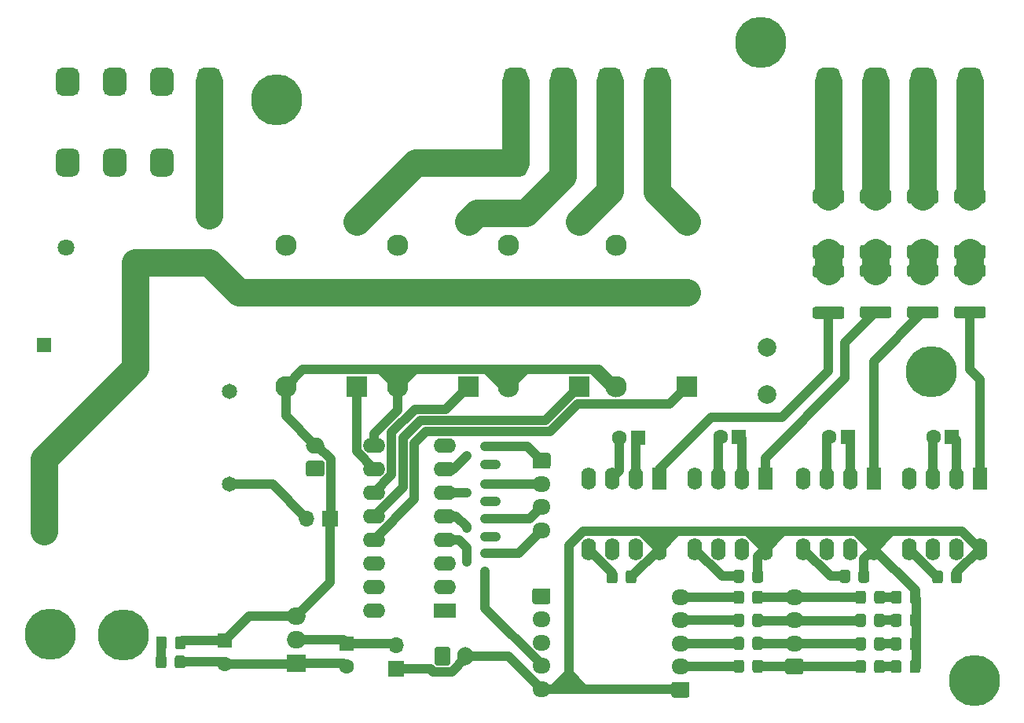
<source format=gbr>
G04 #@! TF.GenerationSoftware,KiCad,Pcbnew,(5.1.6)-1*
G04 #@! TF.CreationDate,2021-10-24T13:14:29+02:00*
G04 #@! TF.ProjectId,hamodule,68616d6f-6475-46c6-952e-6b696361645f,rev?*
G04 #@! TF.SameCoordinates,Original*
G04 #@! TF.FileFunction,Copper,L1,Top*
G04 #@! TF.FilePolarity,Positive*
%FSLAX46Y46*%
G04 Gerber Fmt 4.6, Leading zero omitted, Abs format (unit mm)*
G04 Created by KiCad (PCBNEW (5.1.6)-1) date 2021-10-24 13:14:29*
%MOMM*%
%LPD*%
G01*
G04 APERTURE LIST*
G04 #@! TA.AperFunction,ComponentPad*
%ADD10O,1.700000X1.700000*%
G04 #@! TD*
G04 #@! TA.AperFunction,ComponentPad*
%ADD11R,1.700000X1.700000*%
G04 #@! TD*
G04 #@! TA.AperFunction,ComponentPad*
%ADD12O,1.700000X2.000000*%
G04 #@! TD*
G04 #@! TA.AperFunction,ComponentPad*
%ADD13C,2.000000*%
G04 #@! TD*
G04 #@! TA.AperFunction,SMDPad,CuDef*
%ADD14R,0.900000X0.800000*%
G04 #@! TD*
G04 #@! TA.AperFunction,ComponentPad*
%ADD15C,1.600000*%
G04 #@! TD*
G04 #@! TA.AperFunction,ComponentPad*
%ADD16R,1.600000X1.600000*%
G04 #@! TD*
G04 #@! TA.AperFunction,ComponentPad*
%ADD17C,5.500000*%
G04 #@! TD*
G04 #@! TA.AperFunction,ComponentPad*
%ADD18C,1.800000*%
G04 #@! TD*
G04 #@! TA.AperFunction,ComponentPad*
%ADD19R,2.300000X2.300000*%
G04 #@! TD*
G04 #@! TA.AperFunction,ComponentPad*
%ADD20C,2.300000*%
G04 #@! TD*
G04 #@! TA.AperFunction,ComponentPad*
%ADD21R,2.400000X1.600000*%
G04 #@! TD*
G04 #@! TA.AperFunction,ComponentPad*
%ADD22O,2.400000X1.600000*%
G04 #@! TD*
G04 #@! TA.AperFunction,ComponentPad*
%ADD23O,1.950000X1.700000*%
G04 #@! TD*
G04 #@! TA.AperFunction,ComponentPad*
%ADD24R,1.600000X2.400000*%
G04 #@! TD*
G04 #@! TA.AperFunction,ComponentPad*
%ADD25O,1.600000X2.400000*%
G04 #@! TD*
G04 #@! TA.AperFunction,ComponentPad*
%ADD26O,2.000000X1.905000*%
G04 #@! TD*
G04 #@! TA.AperFunction,ComponentPad*
%ADD27R,2.000000X1.905000*%
G04 #@! TD*
G04 #@! TA.AperFunction,ComponentPad*
%ADD28O,2.000000X1.700000*%
G04 #@! TD*
G04 #@! TA.AperFunction,ComponentPad*
%ADD29C,1.650000*%
G04 #@! TD*
G04 #@! TA.AperFunction,ComponentPad*
%ADD30R,1.650000X1.650000*%
G04 #@! TD*
G04 #@! TA.AperFunction,ViaPad*
%ADD31C,0.800000*%
G04 #@! TD*
G04 #@! TA.AperFunction,Conductor*
%ADD32C,3.000000*%
G04 #@! TD*
G04 #@! TA.AperFunction,Conductor*
%ADD33C,1.000000*%
G04 #@! TD*
G04 #@! TA.AperFunction,Conductor*
%ADD34C,0.250000*%
G04 #@! TD*
G04 APERTURE END LIST*
D10*
X141973300Y-135928100D03*
D11*
X141973300Y-138468100D03*
D12*
X149491700Y-137071100D03*
G04 #@! TA.AperFunction,ComponentPad*
G36*
G01*
X146141700Y-137821100D02*
X146141700Y-136321100D01*
G75*
G02*
X146391700Y-136071100I250000J0D01*
G01*
X147591700Y-136071100D01*
G75*
G02*
X147841700Y-136321100I0J-250000D01*
G01*
X147841700Y-137821100D01*
G75*
G02*
X147591700Y-138071100I-250000J0D01*
G01*
X146391700Y-138071100D01*
G75*
G02*
X146141700Y-137821100I0J250000D01*
G01*
G37*
G04 #@! TD.AperFunction*
G04 #@! TA.AperFunction,SMDPad,CuDef*
G36*
G01*
X193519100Y-131171101D02*
X193519100Y-130271099D01*
G75*
G02*
X193769099Y-130021100I249999J0D01*
G01*
X194419101Y-130021100D01*
G75*
G02*
X194669100Y-130271099I0J-249999D01*
G01*
X194669100Y-131171101D01*
G75*
G02*
X194419101Y-131421100I-249999J0D01*
G01*
X193769099Y-131421100D01*
G75*
G02*
X193519100Y-131171101I0J249999D01*
G01*
G37*
G04 #@! TD.AperFunction*
G04 #@! TA.AperFunction,SMDPad,CuDef*
G36*
G01*
X191469100Y-131171101D02*
X191469100Y-130271099D01*
G75*
G02*
X191719099Y-130021100I249999J0D01*
G01*
X192369101Y-130021100D01*
G75*
G02*
X192619100Y-130271099I0J-249999D01*
G01*
X192619100Y-131171101D01*
G75*
G02*
X192369101Y-131421100I-249999J0D01*
G01*
X191719099Y-131421100D01*
G75*
G02*
X191469100Y-131171101I0J249999D01*
G01*
G37*
G04 #@! TD.AperFunction*
G04 #@! TA.AperFunction,SMDPad,CuDef*
G36*
G01*
X118191700Y-136073301D02*
X118191700Y-135173299D01*
G75*
G02*
X118441699Y-134923300I249999J0D01*
G01*
X119091701Y-134923300D01*
G75*
G02*
X119341700Y-135173299I0J-249999D01*
G01*
X119341700Y-136073301D01*
G75*
G02*
X119091701Y-136323300I-249999J0D01*
G01*
X118441699Y-136323300D01*
G75*
G02*
X118191700Y-136073301I0J249999D01*
G01*
G37*
G04 #@! TD.AperFunction*
G04 #@! TA.AperFunction,SMDPad,CuDef*
G36*
G01*
X116141700Y-136073301D02*
X116141700Y-135173299D01*
G75*
G02*
X116391699Y-134923300I249999J0D01*
G01*
X117041701Y-134923300D01*
G75*
G02*
X117291700Y-135173299I0J-249999D01*
G01*
X117291700Y-136073301D01*
G75*
G02*
X117041701Y-136323300I-249999J0D01*
G01*
X116391699Y-136323300D01*
G75*
G02*
X116141700Y-136073301I0J249999D01*
G01*
G37*
G04 #@! TD.AperFunction*
G04 #@! TA.AperFunction,SMDPad,CuDef*
G36*
G01*
X117266300Y-137230699D02*
X117266300Y-138130701D01*
G75*
G02*
X117016301Y-138380700I-249999J0D01*
G01*
X116366299Y-138380700D01*
G75*
G02*
X116116300Y-138130701I0J249999D01*
G01*
X116116300Y-137230699D01*
G75*
G02*
X116366299Y-136980700I249999J0D01*
G01*
X117016301Y-136980700D01*
G75*
G02*
X117266300Y-137230699I0J-249999D01*
G01*
G37*
G04 #@! TD.AperFunction*
G04 #@! TA.AperFunction,SMDPad,CuDef*
G36*
G01*
X119316300Y-137230699D02*
X119316300Y-138130701D01*
G75*
G02*
X119066301Y-138380700I-249999J0D01*
G01*
X118416299Y-138380700D01*
G75*
G02*
X118166300Y-138130701I0J249999D01*
G01*
X118166300Y-137230699D01*
G75*
G02*
X118416299Y-136980700I249999J0D01*
G01*
X119066301Y-136980700D01*
G75*
G02*
X119316300Y-137230699I0J-249999D01*
G01*
G37*
G04 #@! TD.AperFunction*
G04 #@! TA.AperFunction,SMDPad,CuDef*
G36*
G01*
X200908500Y-128073999D02*
X200908500Y-128974001D01*
G75*
G02*
X200658501Y-129224000I-249999J0D01*
G01*
X200008499Y-129224000D01*
G75*
G02*
X199758500Y-128974001I0J249999D01*
G01*
X199758500Y-128073999D01*
G75*
G02*
X200008499Y-127824000I249999J0D01*
G01*
X200658501Y-127824000D01*
G75*
G02*
X200908500Y-128073999I0J-249999D01*
G01*
G37*
G04 #@! TD.AperFunction*
G04 #@! TA.AperFunction,SMDPad,CuDef*
G36*
G01*
X202958500Y-128073999D02*
X202958500Y-128974001D01*
G75*
G02*
X202708501Y-129224000I-249999J0D01*
G01*
X202058499Y-129224000D01*
G75*
G02*
X201808500Y-128974001I0J249999D01*
G01*
X201808500Y-128073999D01*
G75*
G02*
X202058499Y-127824000I249999J0D01*
G01*
X202708501Y-127824000D01*
G75*
G02*
X202958500Y-128073999I0J-249999D01*
G01*
G37*
G04 #@! TD.AperFunction*
G04 #@! TA.AperFunction,SMDPad,CuDef*
G36*
G01*
X190930000Y-128010499D02*
X190930000Y-128910501D01*
G75*
G02*
X190680001Y-129160500I-249999J0D01*
G01*
X190029999Y-129160500D01*
G75*
G02*
X189780000Y-128910501I0J249999D01*
G01*
X189780000Y-128010499D01*
G75*
G02*
X190029999Y-127760500I249999J0D01*
G01*
X190680001Y-127760500D01*
G75*
G02*
X190930000Y-128010499I0J-249999D01*
G01*
G37*
G04 #@! TD.AperFunction*
G04 #@! TA.AperFunction,SMDPad,CuDef*
G36*
G01*
X192980000Y-128010499D02*
X192980000Y-128910501D01*
G75*
G02*
X192730001Y-129160500I-249999J0D01*
G01*
X192079999Y-129160500D01*
G75*
G02*
X191830000Y-128910501I0J249999D01*
G01*
X191830000Y-128010499D01*
G75*
G02*
X192079999Y-127760500I249999J0D01*
G01*
X192730001Y-127760500D01*
G75*
G02*
X192980000Y-128010499I0J-249999D01*
G01*
G37*
G04 #@! TD.AperFunction*
G04 #@! TA.AperFunction,SMDPad,CuDef*
G36*
G01*
X165847500Y-128073999D02*
X165847500Y-128974001D01*
G75*
G02*
X165597501Y-129224000I-249999J0D01*
G01*
X164947499Y-129224000D01*
G75*
G02*
X164697500Y-128974001I0J249999D01*
G01*
X164697500Y-128073999D01*
G75*
G02*
X164947499Y-127824000I249999J0D01*
G01*
X165597501Y-127824000D01*
G75*
G02*
X165847500Y-128073999I0J-249999D01*
G01*
G37*
G04 #@! TD.AperFunction*
G04 #@! TA.AperFunction,SMDPad,CuDef*
G36*
G01*
X167897500Y-128073999D02*
X167897500Y-128974001D01*
G75*
G02*
X167647501Y-129224000I-249999J0D01*
G01*
X166997499Y-129224000D01*
G75*
G02*
X166747500Y-128974001I0J249999D01*
G01*
X166747500Y-128073999D01*
G75*
G02*
X166997499Y-127824000I249999J0D01*
G01*
X167647501Y-127824000D01*
G75*
G02*
X167897500Y-128073999I0J-249999D01*
G01*
G37*
G04 #@! TD.AperFunction*
G04 #@! TA.AperFunction,SMDPad,CuDef*
G36*
G01*
X179500000Y-128010499D02*
X179500000Y-128910501D01*
G75*
G02*
X179250001Y-129160500I-249999J0D01*
G01*
X178599999Y-129160500D01*
G75*
G02*
X178350000Y-128910501I0J249999D01*
G01*
X178350000Y-128010499D01*
G75*
G02*
X178599999Y-127760500I249999J0D01*
G01*
X179250001Y-127760500D01*
G75*
G02*
X179500000Y-128010499I0J-249999D01*
G01*
G37*
G04 #@! TD.AperFunction*
G04 #@! TA.AperFunction,SMDPad,CuDef*
G36*
G01*
X181550000Y-128010499D02*
X181550000Y-128910501D01*
G75*
G02*
X181300001Y-129160500I-249999J0D01*
G01*
X180649999Y-129160500D01*
G75*
G02*
X180400000Y-128910501I0J249999D01*
G01*
X180400000Y-128010499D01*
G75*
G02*
X180649999Y-127760500I249999J0D01*
G01*
X181300001Y-127760500D01*
G75*
G02*
X181550000Y-128010499I0J-249999D01*
G01*
G37*
G04 #@! TD.AperFunction*
D13*
X181927500Y-108839000D03*
X181927500Y-103759000D03*
G04 #@! TA.AperFunction,SMDPad,CuDef*
G36*
G01*
X193519100Y-133660301D02*
X193519100Y-132760299D01*
G75*
G02*
X193769099Y-132510300I249999J0D01*
G01*
X194419101Y-132510300D01*
G75*
G02*
X194669100Y-132760299I0J-249999D01*
G01*
X194669100Y-133660301D01*
G75*
G02*
X194419101Y-133910300I-249999J0D01*
G01*
X193769099Y-133910300D01*
G75*
G02*
X193519100Y-133660301I0J249999D01*
G01*
G37*
G04 #@! TD.AperFunction*
G04 #@! TA.AperFunction,SMDPad,CuDef*
G36*
G01*
X191469100Y-133660301D02*
X191469100Y-132760299D01*
G75*
G02*
X191719099Y-132510300I249999J0D01*
G01*
X192369101Y-132510300D01*
G75*
G02*
X192619100Y-132760299I0J-249999D01*
G01*
X192619100Y-133660301D01*
G75*
G02*
X192369101Y-133910300I-249999J0D01*
G01*
X191719099Y-133910300D01*
G75*
G02*
X191469100Y-133660301I0J249999D01*
G01*
G37*
G04 #@! TD.AperFunction*
G04 #@! TA.AperFunction,SMDPad,CuDef*
G36*
G01*
X193519100Y-136200301D02*
X193519100Y-135300299D01*
G75*
G02*
X193769099Y-135050300I249999J0D01*
G01*
X194419101Y-135050300D01*
G75*
G02*
X194669100Y-135300299I0J-249999D01*
G01*
X194669100Y-136200301D01*
G75*
G02*
X194419101Y-136450300I-249999J0D01*
G01*
X193769099Y-136450300D01*
G75*
G02*
X193519100Y-136200301I0J249999D01*
G01*
G37*
G04 #@! TD.AperFunction*
G04 #@! TA.AperFunction,SMDPad,CuDef*
G36*
G01*
X191469100Y-136200301D02*
X191469100Y-135300299D01*
G75*
G02*
X191719099Y-135050300I249999J0D01*
G01*
X192369101Y-135050300D01*
G75*
G02*
X192619100Y-135300299I0J-249999D01*
G01*
X192619100Y-136200301D01*
G75*
G02*
X192369101Y-136450300I-249999J0D01*
G01*
X191719099Y-136450300D01*
G75*
G02*
X191469100Y-136200301I0J249999D01*
G01*
G37*
G04 #@! TD.AperFunction*
G04 #@! TA.AperFunction,SMDPad,CuDef*
G36*
G01*
X193519100Y-138638701D02*
X193519100Y-137738699D01*
G75*
G02*
X193769099Y-137488700I249999J0D01*
G01*
X194419101Y-137488700D01*
G75*
G02*
X194669100Y-137738699I0J-249999D01*
G01*
X194669100Y-138638701D01*
G75*
G02*
X194419101Y-138888700I-249999J0D01*
G01*
X193769099Y-138888700D01*
G75*
G02*
X193519100Y-138638701I0J249999D01*
G01*
G37*
G04 #@! TD.AperFunction*
G04 #@! TA.AperFunction,SMDPad,CuDef*
G36*
G01*
X191469100Y-138638701D02*
X191469100Y-137738699D01*
G75*
G02*
X191719099Y-137488700I249999J0D01*
G01*
X192369101Y-137488700D01*
G75*
G02*
X192619100Y-137738699I0J-249999D01*
G01*
X192619100Y-138638701D01*
G75*
G02*
X192369101Y-138888700I-249999J0D01*
G01*
X191719099Y-138888700D01*
G75*
G02*
X191469100Y-138638701I0J249999D01*
G01*
G37*
G04 #@! TD.AperFunction*
D14*
X149606000Y-126943500D03*
X151606000Y-125993500D03*
X151606000Y-127893500D03*
X149606000Y-123243500D03*
X151606000Y-122293500D03*
X151606000Y-124193500D03*
X149606000Y-119443500D03*
X151606000Y-118493500D03*
X151606000Y-120393500D03*
X149606000Y-115443000D03*
X151606000Y-114493000D03*
X151606000Y-116393000D03*
G04 #@! TA.AperFunction,SMDPad,CuDef*
G36*
G01*
X202377500Y-99355500D02*
X205277500Y-99355500D01*
G75*
G02*
X205527500Y-99605500I0J-250000D01*
G01*
X205527500Y-100405500D01*
G75*
G02*
X205277500Y-100655500I-250000J0D01*
G01*
X202377500Y-100655500D01*
G75*
G02*
X202127500Y-100405500I0J250000D01*
G01*
X202127500Y-99605500D01*
G75*
G02*
X202377500Y-99355500I250000J0D01*
G01*
G37*
G04 #@! TD.AperFunction*
G04 #@! TA.AperFunction,SMDPad,CuDef*
G36*
G01*
X202377500Y-94905500D02*
X205277500Y-94905500D01*
G75*
G02*
X205527500Y-95155500I0J-250000D01*
G01*
X205527500Y-95955500D01*
G75*
G02*
X205277500Y-96205500I-250000J0D01*
G01*
X202377500Y-96205500D01*
G75*
G02*
X202127500Y-95955500I0J250000D01*
G01*
X202127500Y-95155500D01*
G75*
G02*
X202377500Y-94905500I250000J0D01*
G01*
G37*
G04 #@! TD.AperFunction*
G04 #@! TA.AperFunction,SMDPad,CuDef*
G36*
G01*
X197297500Y-99355500D02*
X200197500Y-99355500D01*
G75*
G02*
X200447500Y-99605500I0J-250000D01*
G01*
X200447500Y-100405500D01*
G75*
G02*
X200197500Y-100655500I-250000J0D01*
G01*
X197297500Y-100655500D01*
G75*
G02*
X197047500Y-100405500I0J250000D01*
G01*
X197047500Y-99605500D01*
G75*
G02*
X197297500Y-99355500I250000J0D01*
G01*
G37*
G04 #@! TD.AperFunction*
G04 #@! TA.AperFunction,SMDPad,CuDef*
G36*
G01*
X197297500Y-94905500D02*
X200197500Y-94905500D01*
G75*
G02*
X200447500Y-95155500I0J-250000D01*
G01*
X200447500Y-95955500D01*
G75*
G02*
X200197500Y-96205500I-250000J0D01*
G01*
X197297500Y-96205500D01*
G75*
G02*
X197047500Y-95955500I0J250000D01*
G01*
X197047500Y-95155500D01*
G75*
G02*
X197297500Y-94905500I250000J0D01*
G01*
G37*
G04 #@! TD.AperFunction*
G04 #@! TA.AperFunction,SMDPad,CuDef*
G36*
G01*
X192217500Y-99355500D02*
X195117500Y-99355500D01*
G75*
G02*
X195367500Y-99605500I0J-250000D01*
G01*
X195367500Y-100405500D01*
G75*
G02*
X195117500Y-100655500I-250000J0D01*
G01*
X192217500Y-100655500D01*
G75*
G02*
X191967500Y-100405500I0J250000D01*
G01*
X191967500Y-99605500D01*
G75*
G02*
X192217500Y-99355500I250000J0D01*
G01*
G37*
G04 #@! TD.AperFunction*
G04 #@! TA.AperFunction,SMDPad,CuDef*
G36*
G01*
X192217500Y-94905500D02*
X195117500Y-94905500D01*
G75*
G02*
X195367500Y-95155500I0J-250000D01*
G01*
X195367500Y-95955500D01*
G75*
G02*
X195117500Y-96205500I-250000J0D01*
G01*
X192217500Y-96205500D01*
G75*
G02*
X191967500Y-95955500I0J250000D01*
G01*
X191967500Y-95155500D01*
G75*
G02*
X192217500Y-94905500I250000J0D01*
G01*
G37*
G04 #@! TD.AperFunction*
G04 #@! TA.AperFunction,SMDPad,CuDef*
G36*
G01*
X187137500Y-99419000D02*
X190037500Y-99419000D01*
G75*
G02*
X190287500Y-99669000I0J-250000D01*
G01*
X190287500Y-100469000D01*
G75*
G02*
X190037500Y-100719000I-250000J0D01*
G01*
X187137500Y-100719000D01*
G75*
G02*
X186887500Y-100469000I0J250000D01*
G01*
X186887500Y-99669000D01*
G75*
G02*
X187137500Y-99419000I250000J0D01*
G01*
G37*
G04 #@! TD.AperFunction*
G04 #@! TA.AperFunction,SMDPad,CuDef*
G36*
G01*
X187137500Y-94969000D02*
X190037500Y-94969000D01*
G75*
G02*
X190287500Y-95219000I0J-250000D01*
G01*
X190287500Y-96019000D01*
G75*
G02*
X190037500Y-96269000I-250000J0D01*
G01*
X187137500Y-96269000D01*
G75*
G02*
X186887500Y-96019000I0J250000D01*
G01*
X186887500Y-95219000D01*
G75*
G02*
X187137500Y-94969000I250000J0D01*
G01*
G37*
G04 #@! TD.AperFunction*
G04 #@! TA.AperFunction,SMDPad,CuDef*
G36*
G01*
X197358500Y-131171101D02*
X197358500Y-130271099D01*
G75*
G02*
X197608499Y-130021100I249999J0D01*
G01*
X198258501Y-130021100D01*
G75*
G02*
X198508500Y-130271099I0J-249999D01*
G01*
X198508500Y-131171101D01*
G75*
G02*
X198258501Y-131421100I-249999J0D01*
G01*
X197608499Y-131421100D01*
G75*
G02*
X197358500Y-131171101I0J249999D01*
G01*
G37*
G04 #@! TD.AperFunction*
G04 #@! TA.AperFunction,SMDPad,CuDef*
G36*
G01*
X195308500Y-131171101D02*
X195308500Y-130271099D01*
G75*
G02*
X195558499Y-130021100I249999J0D01*
G01*
X196208501Y-130021100D01*
G75*
G02*
X196458500Y-130271099I0J-249999D01*
G01*
X196458500Y-131171101D01*
G75*
G02*
X196208501Y-131421100I-249999J0D01*
G01*
X195558499Y-131421100D01*
G75*
G02*
X195308500Y-131171101I0J249999D01*
G01*
G37*
G04 #@! TD.AperFunction*
G04 #@! TA.AperFunction,SMDPad,CuDef*
G36*
G01*
X197358500Y-133657001D02*
X197358500Y-132756999D01*
G75*
G02*
X197608499Y-132507000I249999J0D01*
G01*
X198258501Y-132507000D01*
G75*
G02*
X198508500Y-132756999I0J-249999D01*
G01*
X198508500Y-133657001D01*
G75*
G02*
X198258501Y-133907000I-249999J0D01*
G01*
X197608499Y-133907000D01*
G75*
G02*
X197358500Y-133657001I0J249999D01*
G01*
G37*
G04 #@! TD.AperFunction*
G04 #@! TA.AperFunction,SMDPad,CuDef*
G36*
G01*
X195308500Y-133657001D02*
X195308500Y-132756999D01*
G75*
G02*
X195558499Y-132507000I249999J0D01*
G01*
X196208501Y-132507000D01*
G75*
G02*
X196458500Y-132756999I0J-249999D01*
G01*
X196458500Y-133657001D01*
G75*
G02*
X196208501Y-133907000I-249999J0D01*
G01*
X195558499Y-133907000D01*
G75*
G02*
X195308500Y-133657001I0J249999D01*
G01*
G37*
G04 #@! TD.AperFunction*
G04 #@! TA.AperFunction,SMDPad,CuDef*
G36*
G01*
X197347100Y-136200301D02*
X197347100Y-135300299D01*
G75*
G02*
X197597099Y-135050300I249999J0D01*
G01*
X198247101Y-135050300D01*
G75*
G02*
X198497100Y-135300299I0J-249999D01*
G01*
X198497100Y-136200301D01*
G75*
G02*
X198247101Y-136450300I-249999J0D01*
G01*
X197597099Y-136450300D01*
G75*
G02*
X197347100Y-136200301I0J249999D01*
G01*
G37*
G04 #@! TD.AperFunction*
G04 #@! TA.AperFunction,SMDPad,CuDef*
G36*
G01*
X195297100Y-136200301D02*
X195297100Y-135300299D01*
G75*
G02*
X195547099Y-135050300I249999J0D01*
G01*
X196197101Y-135050300D01*
G75*
G02*
X196447100Y-135300299I0J-249999D01*
G01*
X196447100Y-136200301D01*
G75*
G02*
X196197101Y-136450300I-249999J0D01*
G01*
X195547099Y-136450300D01*
G75*
G02*
X195297100Y-136200301I0J249999D01*
G01*
G37*
G04 #@! TD.AperFunction*
G04 #@! TA.AperFunction,SMDPad,CuDef*
G36*
G01*
X197347100Y-138638701D02*
X197347100Y-137738699D01*
G75*
G02*
X197597099Y-137488700I249999J0D01*
G01*
X198247101Y-137488700D01*
G75*
G02*
X198497100Y-137738699I0J-249999D01*
G01*
X198497100Y-138638701D01*
G75*
G02*
X198247101Y-138888700I-249999J0D01*
G01*
X197597099Y-138888700D01*
G75*
G02*
X197347100Y-138638701I0J249999D01*
G01*
G37*
G04 #@! TD.AperFunction*
G04 #@! TA.AperFunction,SMDPad,CuDef*
G36*
G01*
X195297100Y-138638701D02*
X195297100Y-137738699D01*
G75*
G02*
X195547099Y-137488700I249999J0D01*
G01*
X196197101Y-137488700D01*
G75*
G02*
X196447100Y-137738699I0J-249999D01*
G01*
X196447100Y-138638701D01*
G75*
G02*
X196197101Y-138888700I-249999J0D01*
G01*
X195547099Y-138888700D01*
G75*
G02*
X195297100Y-138638701I0J249999D01*
G01*
G37*
G04 #@! TD.AperFunction*
G04 #@! TA.AperFunction,SMDPad,CuDef*
G36*
G01*
X179495000Y-137709999D02*
X179495000Y-138610001D01*
G75*
G02*
X179245001Y-138860000I-249999J0D01*
G01*
X178594999Y-138860000D01*
G75*
G02*
X178345000Y-138610001I0J249999D01*
G01*
X178345000Y-137709999D01*
G75*
G02*
X178594999Y-137460000I249999J0D01*
G01*
X179245001Y-137460000D01*
G75*
G02*
X179495000Y-137709999I0J-249999D01*
G01*
G37*
G04 #@! TD.AperFunction*
G04 #@! TA.AperFunction,SMDPad,CuDef*
G36*
G01*
X181545000Y-137709999D02*
X181545000Y-138610001D01*
G75*
G02*
X181295001Y-138860000I-249999J0D01*
G01*
X180644999Y-138860000D01*
G75*
G02*
X180395000Y-138610001I0J249999D01*
G01*
X180395000Y-137709999D01*
G75*
G02*
X180644999Y-137460000I249999J0D01*
G01*
X181295001Y-137460000D01*
G75*
G02*
X181545000Y-137709999I0J-249999D01*
G01*
G37*
G04 #@! TD.AperFunction*
G04 #@! TA.AperFunction,SMDPad,CuDef*
G36*
G01*
X179486000Y-135233499D02*
X179486000Y-136133501D01*
G75*
G02*
X179236001Y-136383500I-249999J0D01*
G01*
X178585999Y-136383500D01*
G75*
G02*
X178336000Y-136133501I0J249999D01*
G01*
X178336000Y-135233499D01*
G75*
G02*
X178585999Y-134983500I249999J0D01*
G01*
X179236001Y-134983500D01*
G75*
G02*
X179486000Y-135233499I0J-249999D01*
G01*
G37*
G04 #@! TD.AperFunction*
G04 #@! TA.AperFunction,SMDPad,CuDef*
G36*
G01*
X181536000Y-135233499D02*
X181536000Y-136133501D01*
G75*
G02*
X181286001Y-136383500I-249999J0D01*
G01*
X180635999Y-136383500D01*
G75*
G02*
X180386000Y-136133501I0J249999D01*
G01*
X180386000Y-135233499D01*
G75*
G02*
X180635999Y-134983500I249999J0D01*
G01*
X181286001Y-134983500D01*
G75*
G02*
X181536000Y-135233499I0J-249999D01*
G01*
G37*
G04 #@! TD.AperFunction*
G04 #@! TA.AperFunction,SMDPad,CuDef*
G36*
G01*
X179495000Y-132756999D02*
X179495000Y-133657001D01*
G75*
G02*
X179245001Y-133907000I-249999J0D01*
G01*
X178594999Y-133907000D01*
G75*
G02*
X178345000Y-133657001I0J249999D01*
G01*
X178345000Y-132756999D01*
G75*
G02*
X178594999Y-132507000I249999J0D01*
G01*
X179245001Y-132507000D01*
G75*
G02*
X179495000Y-132756999I0J-249999D01*
G01*
G37*
G04 #@! TD.AperFunction*
G04 #@! TA.AperFunction,SMDPad,CuDef*
G36*
G01*
X181545000Y-132756999D02*
X181545000Y-133657001D01*
G75*
G02*
X181295001Y-133907000I-249999J0D01*
G01*
X180644999Y-133907000D01*
G75*
G02*
X180395000Y-133657001I0J249999D01*
G01*
X180395000Y-132756999D01*
G75*
G02*
X180644999Y-132507000I249999J0D01*
G01*
X181295001Y-132507000D01*
G75*
G02*
X181545000Y-132756999I0J-249999D01*
G01*
G37*
G04 #@! TD.AperFunction*
G04 #@! TA.AperFunction,SMDPad,CuDef*
G36*
G01*
X179486000Y-130280499D02*
X179486000Y-131180501D01*
G75*
G02*
X179236001Y-131430500I-249999J0D01*
G01*
X178585999Y-131430500D01*
G75*
G02*
X178336000Y-131180501I0J249999D01*
G01*
X178336000Y-130280499D01*
G75*
G02*
X178585999Y-130030500I249999J0D01*
G01*
X179236001Y-130030500D01*
G75*
G02*
X179486000Y-130280499I0J-249999D01*
G01*
G37*
G04 #@! TD.AperFunction*
G04 #@! TA.AperFunction,SMDPad,CuDef*
G36*
G01*
X181536000Y-130280499D02*
X181536000Y-131180501D01*
G75*
G02*
X181286001Y-131430500I-249999J0D01*
G01*
X180635999Y-131430500D01*
G75*
G02*
X180386000Y-131180501I0J249999D01*
G01*
X180386000Y-130280499D01*
G75*
G02*
X180635999Y-130030500I249999J0D01*
G01*
X181286001Y-130030500D01*
G75*
G02*
X181536000Y-130280499I0J-249999D01*
G01*
G37*
G04 #@! TD.AperFunction*
G04 #@! TA.AperFunction,SMDPad,CuDef*
G36*
G01*
X187162499Y-92761000D02*
X190012501Y-92761000D01*
G75*
G02*
X190262500Y-93010999I0J-249999D01*
G01*
X190262500Y-94036001D01*
G75*
G02*
X190012501Y-94286000I-249999J0D01*
G01*
X187162499Y-94286000D01*
G75*
G02*
X186912500Y-94036001I0J249999D01*
G01*
X186912500Y-93010999D01*
G75*
G02*
X187162499Y-92761000I249999J0D01*
G01*
G37*
G04 #@! TD.AperFunction*
G04 #@! TA.AperFunction,SMDPad,CuDef*
G36*
G01*
X187162499Y-86786000D02*
X190012501Y-86786000D01*
G75*
G02*
X190262500Y-87035999I0J-249999D01*
G01*
X190262500Y-88061001D01*
G75*
G02*
X190012501Y-88311000I-249999J0D01*
G01*
X187162499Y-88311000D01*
G75*
G02*
X186912500Y-88061001I0J249999D01*
G01*
X186912500Y-87035999D01*
G75*
G02*
X187162499Y-86786000I249999J0D01*
G01*
G37*
G04 #@! TD.AperFunction*
G04 #@! TA.AperFunction,SMDPad,CuDef*
G36*
G01*
X192242499Y-92761000D02*
X195092501Y-92761000D01*
G75*
G02*
X195342500Y-93010999I0J-249999D01*
G01*
X195342500Y-94036001D01*
G75*
G02*
X195092501Y-94286000I-249999J0D01*
G01*
X192242499Y-94286000D01*
G75*
G02*
X191992500Y-94036001I0J249999D01*
G01*
X191992500Y-93010999D01*
G75*
G02*
X192242499Y-92761000I249999J0D01*
G01*
G37*
G04 #@! TD.AperFunction*
G04 #@! TA.AperFunction,SMDPad,CuDef*
G36*
G01*
X192242499Y-86786000D02*
X195092501Y-86786000D01*
G75*
G02*
X195342500Y-87035999I0J-249999D01*
G01*
X195342500Y-88061001D01*
G75*
G02*
X195092501Y-88311000I-249999J0D01*
G01*
X192242499Y-88311000D01*
G75*
G02*
X191992500Y-88061001I0J249999D01*
G01*
X191992500Y-87035999D01*
G75*
G02*
X192242499Y-86786000I249999J0D01*
G01*
G37*
G04 #@! TD.AperFunction*
G04 #@! TA.AperFunction,SMDPad,CuDef*
G36*
G01*
X197322499Y-92761000D02*
X200172501Y-92761000D01*
G75*
G02*
X200422500Y-93010999I0J-249999D01*
G01*
X200422500Y-94036001D01*
G75*
G02*
X200172501Y-94286000I-249999J0D01*
G01*
X197322499Y-94286000D01*
G75*
G02*
X197072500Y-94036001I0J249999D01*
G01*
X197072500Y-93010999D01*
G75*
G02*
X197322499Y-92761000I249999J0D01*
G01*
G37*
G04 #@! TD.AperFunction*
G04 #@! TA.AperFunction,SMDPad,CuDef*
G36*
G01*
X197322499Y-86786000D02*
X200172501Y-86786000D01*
G75*
G02*
X200422500Y-87035999I0J-249999D01*
G01*
X200422500Y-88061001D01*
G75*
G02*
X200172501Y-88311000I-249999J0D01*
G01*
X197322499Y-88311000D01*
G75*
G02*
X197072500Y-88061001I0J249999D01*
G01*
X197072500Y-87035999D01*
G75*
G02*
X197322499Y-86786000I249999J0D01*
G01*
G37*
G04 #@! TD.AperFunction*
G04 #@! TA.AperFunction,SMDPad,CuDef*
G36*
G01*
X202402499Y-92761000D02*
X205252501Y-92761000D01*
G75*
G02*
X205502500Y-93010999I0J-249999D01*
G01*
X205502500Y-94036001D01*
G75*
G02*
X205252501Y-94286000I-249999J0D01*
G01*
X202402499Y-94286000D01*
G75*
G02*
X202152500Y-94036001I0J249999D01*
G01*
X202152500Y-93010999D01*
G75*
G02*
X202402499Y-92761000I249999J0D01*
G01*
G37*
G04 #@! TD.AperFunction*
G04 #@! TA.AperFunction,SMDPad,CuDef*
G36*
G01*
X202402499Y-86786000D02*
X205252501Y-86786000D01*
G75*
G02*
X205502500Y-87035999I0J-249999D01*
G01*
X205502500Y-88061001D01*
G75*
G02*
X205252501Y-88311000I-249999J0D01*
G01*
X202402499Y-88311000D01*
G75*
G02*
X202152500Y-88061001I0J249999D01*
G01*
X202152500Y-87035999D01*
G75*
G02*
X202402499Y-86786000I249999J0D01*
G01*
G37*
G04 #@! TD.AperFunction*
D15*
X199906500Y-113443500D03*
D16*
X201906500Y-113443500D03*
D15*
X188676500Y-113443500D03*
D16*
X190676500Y-113443500D03*
D15*
X176960500Y-113443500D03*
D16*
X178960500Y-113443500D03*
D15*
X166084500Y-113499900D03*
D16*
X168084500Y-113499900D03*
G04 #@! TA.AperFunction,ComponentPad*
G36*
G01*
X203202500Y-82371500D02*
X204452500Y-82371500D01*
G75*
G02*
X205077500Y-82996500I0J-625000D01*
G01*
X205077500Y-84746500D01*
G75*
G02*
X204452500Y-85371500I-625000J0D01*
G01*
X203202500Y-85371500D01*
G75*
G02*
X202577500Y-84746500I0J625000D01*
G01*
X202577500Y-82996500D01*
G75*
G02*
X203202500Y-82371500I625000J0D01*
G01*
G37*
G04 #@! TD.AperFunction*
G04 #@! TA.AperFunction,ComponentPad*
G36*
G01*
X203202500Y-73671500D02*
X204452500Y-73671500D01*
G75*
G02*
X205077500Y-74296500I0J-625000D01*
G01*
X205077500Y-76046500D01*
G75*
G02*
X204452500Y-76671500I-625000J0D01*
G01*
X203202500Y-76671500D01*
G75*
G02*
X202577500Y-76046500I0J625000D01*
G01*
X202577500Y-74296500D01*
G75*
G02*
X203202500Y-73671500I625000J0D01*
G01*
G37*
G04 #@! TD.AperFunction*
G04 #@! TA.AperFunction,ComponentPad*
G36*
G01*
X198122500Y-82371500D02*
X199372500Y-82371500D01*
G75*
G02*
X199997500Y-82996500I0J-625000D01*
G01*
X199997500Y-84746500D01*
G75*
G02*
X199372500Y-85371500I-625000J0D01*
G01*
X198122500Y-85371500D01*
G75*
G02*
X197497500Y-84746500I0J625000D01*
G01*
X197497500Y-82996500D01*
G75*
G02*
X198122500Y-82371500I625000J0D01*
G01*
G37*
G04 #@! TD.AperFunction*
G04 #@! TA.AperFunction,ComponentPad*
G36*
G01*
X198122500Y-73671500D02*
X199372500Y-73671500D01*
G75*
G02*
X199997500Y-74296500I0J-625000D01*
G01*
X199997500Y-76046500D01*
G75*
G02*
X199372500Y-76671500I-625000J0D01*
G01*
X198122500Y-76671500D01*
G75*
G02*
X197497500Y-76046500I0J625000D01*
G01*
X197497500Y-74296500D01*
G75*
G02*
X198122500Y-73671500I625000J0D01*
G01*
G37*
G04 #@! TD.AperFunction*
G04 #@! TA.AperFunction,ComponentPad*
G36*
G01*
X193042500Y-82371500D02*
X194292500Y-82371500D01*
G75*
G02*
X194917500Y-82996500I0J-625000D01*
G01*
X194917500Y-84746500D01*
G75*
G02*
X194292500Y-85371500I-625000J0D01*
G01*
X193042500Y-85371500D01*
G75*
G02*
X192417500Y-84746500I0J625000D01*
G01*
X192417500Y-82996500D01*
G75*
G02*
X193042500Y-82371500I625000J0D01*
G01*
G37*
G04 #@! TD.AperFunction*
G04 #@! TA.AperFunction,ComponentPad*
G36*
G01*
X193042500Y-73671500D02*
X194292500Y-73671500D01*
G75*
G02*
X194917500Y-74296500I0J-625000D01*
G01*
X194917500Y-76046500D01*
G75*
G02*
X194292500Y-76671500I-625000J0D01*
G01*
X193042500Y-76671500D01*
G75*
G02*
X192417500Y-76046500I0J625000D01*
G01*
X192417500Y-74296500D01*
G75*
G02*
X193042500Y-73671500I625000J0D01*
G01*
G37*
G04 #@! TD.AperFunction*
G04 #@! TA.AperFunction,ComponentPad*
G36*
G01*
X187962500Y-82371500D02*
X189212500Y-82371500D01*
G75*
G02*
X189837500Y-82996500I0J-625000D01*
G01*
X189837500Y-84746500D01*
G75*
G02*
X189212500Y-85371500I-625000J0D01*
G01*
X187962500Y-85371500D01*
G75*
G02*
X187337500Y-84746500I0J625000D01*
G01*
X187337500Y-82996500D01*
G75*
G02*
X187962500Y-82371500I625000J0D01*
G01*
G37*
G04 #@! TD.AperFunction*
G04 #@! TA.AperFunction,ComponentPad*
G36*
G01*
X187962500Y-73671500D02*
X189212500Y-73671500D01*
G75*
G02*
X189837500Y-74296500I0J-625000D01*
G01*
X189837500Y-76046500D01*
G75*
G02*
X189212500Y-76671500I-625000J0D01*
G01*
X187962500Y-76671500D01*
G75*
G02*
X187337500Y-76046500I0J625000D01*
G01*
X187337500Y-74296500D01*
G75*
G02*
X187962500Y-73671500I625000J0D01*
G01*
G37*
G04 #@! TD.AperFunction*
G04 #@! TA.AperFunction,ComponentPad*
G36*
G01*
X121231500Y-82383500D02*
X122481500Y-82383500D01*
G75*
G02*
X123106500Y-83008500I0J-625000D01*
G01*
X123106500Y-84758500D01*
G75*
G02*
X122481500Y-85383500I-625000J0D01*
G01*
X121231500Y-85383500D01*
G75*
G02*
X120606500Y-84758500I0J625000D01*
G01*
X120606500Y-83008500D01*
G75*
G02*
X121231500Y-82383500I625000J0D01*
G01*
G37*
G04 #@! TD.AperFunction*
G04 #@! TA.AperFunction,ComponentPad*
G36*
G01*
X121231500Y-73683500D02*
X122481500Y-73683500D01*
G75*
G02*
X123106500Y-74308500I0J-625000D01*
G01*
X123106500Y-76058500D01*
G75*
G02*
X122481500Y-76683500I-625000J0D01*
G01*
X121231500Y-76683500D01*
G75*
G02*
X120606500Y-76058500I0J625000D01*
G01*
X120606500Y-74308500D01*
G75*
G02*
X121231500Y-73683500I625000J0D01*
G01*
G37*
G04 #@! TD.AperFunction*
G04 #@! TA.AperFunction,ComponentPad*
G36*
G01*
X116151500Y-82383500D02*
X117401500Y-82383500D01*
G75*
G02*
X118026500Y-83008500I0J-625000D01*
G01*
X118026500Y-84758500D01*
G75*
G02*
X117401500Y-85383500I-625000J0D01*
G01*
X116151500Y-85383500D01*
G75*
G02*
X115526500Y-84758500I0J625000D01*
G01*
X115526500Y-83008500D01*
G75*
G02*
X116151500Y-82383500I625000J0D01*
G01*
G37*
G04 #@! TD.AperFunction*
G04 #@! TA.AperFunction,ComponentPad*
G36*
G01*
X116151500Y-73683500D02*
X117401500Y-73683500D01*
G75*
G02*
X118026500Y-74308500I0J-625000D01*
G01*
X118026500Y-76058500D01*
G75*
G02*
X117401500Y-76683500I-625000J0D01*
G01*
X116151500Y-76683500D01*
G75*
G02*
X115526500Y-76058500I0J625000D01*
G01*
X115526500Y-74308500D01*
G75*
G02*
X116151500Y-73683500I625000J0D01*
G01*
G37*
G04 #@! TD.AperFunction*
G04 #@! TA.AperFunction,ComponentPad*
G36*
G01*
X111071500Y-82383500D02*
X112321500Y-82383500D01*
G75*
G02*
X112946500Y-83008500I0J-625000D01*
G01*
X112946500Y-84758500D01*
G75*
G02*
X112321500Y-85383500I-625000J0D01*
G01*
X111071500Y-85383500D01*
G75*
G02*
X110446500Y-84758500I0J625000D01*
G01*
X110446500Y-83008500D01*
G75*
G02*
X111071500Y-82383500I625000J0D01*
G01*
G37*
G04 #@! TD.AperFunction*
G04 #@! TA.AperFunction,ComponentPad*
G36*
G01*
X111071500Y-73683500D02*
X112321500Y-73683500D01*
G75*
G02*
X112946500Y-74308500I0J-625000D01*
G01*
X112946500Y-76058500D01*
G75*
G02*
X112321500Y-76683500I-625000J0D01*
G01*
X111071500Y-76683500D01*
G75*
G02*
X110446500Y-76058500I0J625000D01*
G01*
X110446500Y-74308500D01*
G75*
G02*
X111071500Y-73683500I625000J0D01*
G01*
G37*
G04 #@! TD.AperFunction*
G04 #@! TA.AperFunction,ComponentPad*
G36*
G01*
X105991500Y-82383500D02*
X107241500Y-82383500D01*
G75*
G02*
X107866500Y-83008500I0J-625000D01*
G01*
X107866500Y-84758500D01*
G75*
G02*
X107241500Y-85383500I-625000J0D01*
G01*
X105991500Y-85383500D01*
G75*
G02*
X105366500Y-84758500I0J625000D01*
G01*
X105366500Y-83008500D01*
G75*
G02*
X105991500Y-82383500I625000J0D01*
G01*
G37*
G04 #@! TD.AperFunction*
G04 #@! TA.AperFunction,ComponentPad*
G36*
G01*
X105991500Y-73683500D02*
X107241500Y-73683500D01*
G75*
G02*
X107866500Y-74308500I0J-625000D01*
G01*
X107866500Y-76058500D01*
G75*
G02*
X107241500Y-76683500I-625000J0D01*
G01*
X105991500Y-76683500D01*
G75*
G02*
X105366500Y-76058500I0J625000D01*
G01*
X105366500Y-74308500D01*
G75*
G02*
X105991500Y-73683500I625000J0D01*
G01*
G37*
G04 #@! TD.AperFunction*
G04 #@! TA.AperFunction,ComponentPad*
G36*
G01*
X169491500Y-82383500D02*
X170741500Y-82383500D01*
G75*
G02*
X171366500Y-83008500I0J-625000D01*
G01*
X171366500Y-84758500D01*
G75*
G02*
X170741500Y-85383500I-625000J0D01*
G01*
X169491500Y-85383500D01*
G75*
G02*
X168866500Y-84758500I0J625000D01*
G01*
X168866500Y-83008500D01*
G75*
G02*
X169491500Y-82383500I625000J0D01*
G01*
G37*
G04 #@! TD.AperFunction*
G04 #@! TA.AperFunction,ComponentPad*
G36*
G01*
X169491500Y-73683500D02*
X170741500Y-73683500D01*
G75*
G02*
X171366500Y-74308500I0J-625000D01*
G01*
X171366500Y-76058500D01*
G75*
G02*
X170741500Y-76683500I-625000J0D01*
G01*
X169491500Y-76683500D01*
G75*
G02*
X168866500Y-76058500I0J625000D01*
G01*
X168866500Y-74308500D01*
G75*
G02*
X169491500Y-73683500I625000J0D01*
G01*
G37*
G04 #@! TD.AperFunction*
G04 #@! TA.AperFunction,ComponentPad*
G36*
G01*
X164411500Y-82383500D02*
X165661500Y-82383500D01*
G75*
G02*
X166286500Y-83008500I0J-625000D01*
G01*
X166286500Y-84758500D01*
G75*
G02*
X165661500Y-85383500I-625000J0D01*
G01*
X164411500Y-85383500D01*
G75*
G02*
X163786500Y-84758500I0J625000D01*
G01*
X163786500Y-83008500D01*
G75*
G02*
X164411500Y-82383500I625000J0D01*
G01*
G37*
G04 #@! TD.AperFunction*
G04 #@! TA.AperFunction,ComponentPad*
G36*
G01*
X164411500Y-73683500D02*
X165661500Y-73683500D01*
G75*
G02*
X166286500Y-74308500I0J-625000D01*
G01*
X166286500Y-76058500D01*
G75*
G02*
X165661500Y-76683500I-625000J0D01*
G01*
X164411500Y-76683500D01*
G75*
G02*
X163786500Y-76058500I0J625000D01*
G01*
X163786500Y-74308500D01*
G75*
G02*
X164411500Y-73683500I625000J0D01*
G01*
G37*
G04 #@! TD.AperFunction*
G04 #@! TA.AperFunction,ComponentPad*
G36*
G01*
X159331500Y-82383500D02*
X160581500Y-82383500D01*
G75*
G02*
X161206500Y-83008500I0J-625000D01*
G01*
X161206500Y-84758500D01*
G75*
G02*
X160581500Y-85383500I-625000J0D01*
G01*
X159331500Y-85383500D01*
G75*
G02*
X158706500Y-84758500I0J625000D01*
G01*
X158706500Y-83008500D01*
G75*
G02*
X159331500Y-82383500I625000J0D01*
G01*
G37*
G04 #@! TD.AperFunction*
G04 #@! TA.AperFunction,ComponentPad*
G36*
G01*
X159331500Y-73683500D02*
X160581500Y-73683500D01*
G75*
G02*
X161206500Y-74308500I0J-625000D01*
G01*
X161206500Y-76058500D01*
G75*
G02*
X160581500Y-76683500I-625000J0D01*
G01*
X159331500Y-76683500D01*
G75*
G02*
X158706500Y-76058500I0J625000D01*
G01*
X158706500Y-74308500D01*
G75*
G02*
X159331500Y-73683500I625000J0D01*
G01*
G37*
G04 #@! TD.AperFunction*
G04 #@! TA.AperFunction,ComponentPad*
G36*
G01*
X154251500Y-82383500D02*
X155501500Y-82383500D01*
G75*
G02*
X156126500Y-83008500I0J-625000D01*
G01*
X156126500Y-84758500D01*
G75*
G02*
X155501500Y-85383500I-625000J0D01*
G01*
X154251500Y-85383500D01*
G75*
G02*
X153626500Y-84758500I0J625000D01*
G01*
X153626500Y-83008500D01*
G75*
G02*
X154251500Y-82383500I625000J0D01*
G01*
G37*
G04 #@! TD.AperFunction*
G04 #@! TA.AperFunction,ComponentPad*
G36*
G01*
X154251500Y-73683500D02*
X155501500Y-73683500D01*
G75*
G02*
X156126500Y-74308500I0J-625000D01*
G01*
X156126500Y-76058500D01*
G75*
G02*
X155501500Y-76683500I-625000J0D01*
G01*
X154251500Y-76683500D01*
G75*
G02*
X153626500Y-76058500I0J625000D01*
G01*
X153626500Y-74308500D01*
G75*
G02*
X154251500Y-73683500I625000J0D01*
G01*
G37*
G04 #@! TD.AperFunction*
D10*
X132372100Y-122214640D03*
D11*
X134912100Y-122214640D03*
D17*
X199644000Y-106426000D03*
D15*
X136690100Y-138188700D03*
D16*
X136690100Y-135688700D03*
D15*
X123507500Y-137920100D03*
D16*
X123507500Y-135420100D03*
D18*
X113916500Y-94673500D03*
X106416500Y-93040170D03*
D17*
X129171700Y-77152500D03*
D19*
X161734500Y-108013500D03*
D20*
X161734500Y-97853500D03*
X161734500Y-90233500D03*
X154114500Y-92773500D03*
X154114500Y-108013500D03*
D21*
X147256500Y-132143500D03*
D22*
X139636500Y-114363500D03*
X147256500Y-129603500D03*
X139636500Y-116903500D03*
X147256500Y-127063500D03*
X139636500Y-119443500D03*
X147256500Y-124523500D03*
X139636500Y-121983500D03*
X147256500Y-121983500D03*
X139636500Y-124523500D03*
X147256500Y-119443500D03*
X139636500Y-127063500D03*
X147256500Y-116903500D03*
X139636500Y-129603500D03*
X147256500Y-114363500D03*
X139636500Y-132143500D03*
D23*
X157670500Y-123514500D03*
X157670500Y-121014500D03*
X157670500Y-118514500D03*
G04 #@! TA.AperFunction,ComponentPad*
G36*
G01*
X156945500Y-115164500D02*
X158395500Y-115164500D01*
G75*
G02*
X158645500Y-115414500I0J-250000D01*
G01*
X158645500Y-116614500D01*
G75*
G02*
X158395500Y-116864500I-250000J0D01*
G01*
X156945500Y-116864500D01*
G75*
G02*
X156695500Y-116614500I0J250000D01*
G01*
X156695500Y-115414500D01*
G75*
G02*
X156945500Y-115164500I250000J0D01*
G01*
G37*
G04 #@! TD.AperFunction*
X172642500Y-130683500D03*
X172642500Y-133183500D03*
X172642500Y-135683500D03*
X172642500Y-138183500D03*
G04 #@! TA.AperFunction,ComponentPad*
G36*
G01*
X173367500Y-141533500D02*
X171917500Y-141533500D01*
G75*
G02*
X171667500Y-141283500I0J250000D01*
G01*
X171667500Y-140083500D01*
G75*
G02*
X171917500Y-139833500I250000J0D01*
G01*
X173367500Y-139833500D01*
G75*
G02*
X173617500Y-140083500I0J-250000D01*
G01*
X173617500Y-141283500D01*
G75*
G02*
X173367500Y-141533500I-250000J0D01*
G01*
G37*
G04 #@! TD.AperFunction*
D24*
X181786500Y-117903500D03*
D25*
X174166500Y-125523500D03*
X179246500Y-117903500D03*
X176706500Y-125523500D03*
X176706500Y-117903500D03*
X179246500Y-125523500D03*
X174166500Y-117903500D03*
X181786500Y-125523500D03*
D24*
X204900500Y-117903500D03*
D25*
X197280500Y-125523500D03*
X202360500Y-117903500D03*
X199820500Y-125523500D03*
X199820500Y-117903500D03*
X202360500Y-125523500D03*
X197280500Y-117903500D03*
X204900500Y-125523500D03*
D24*
X193470500Y-117903500D03*
D25*
X185850500Y-125523500D03*
X190930500Y-117903500D03*
X188390500Y-125523500D03*
X188390500Y-117903500D03*
X190930500Y-125523500D03*
X185850500Y-117903500D03*
X193470500Y-125523500D03*
D24*
X170356500Y-117903500D03*
D25*
X162736500Y-125523500D03*
X167816500Y-117903500D03*
X165276500Y-125523500D03*
X165276500Y-117903500D03*
X167816500Y-125523500D03*
X162736500Y-117903500D03*
X170356500Y-125523500D03*
D26*
X131279900Y-132778500D03*
X131279900Y-135318500D03*
D27*
X131279900Y-137858500D03*
D23*
X157656500Y-140603500D03*
X157656500Y-138103500D03*
X157656500Y-135603500D03*
X157656500Y-133103500D03*
G04 #@! TA.AperFunction,ComponentPad*
G36*
G01*
X156931500Y-129753500D02*
X158381500Y-129753500D01*
G75*
G02*
X158631500Y-130003500I0J-250000D01*
G01*
X158631500Y-131203500D01*
G75*
G02*
X158381500Y-131453500I-250000J0D01*
G01*
X156931500Y-131453500D01*
G75*
G02*
X156681500Y-131203500I0J250000D01*
G01*
X156681500Y-130003500D01*
G75*
G02*
X156931500Y-129753500I250000J0D01*
G01*
G37*
G04 #@! TD.AperFunction*
X184912000Y-130683000D03*
X184912000Y-133183000D03*
X184912000Y-135683000D03*
G04 #@! TA.AperFunction,ComponentPad*
G36*
G01*
X185637000Y-139033000D02*
X184187000Y-139033000D01*
G75*
G02*
X183937000Y-138783000I0J250000D01*
G01*
X183937000Y-137583000D01*
G75*
G02*
X184187000Y-137333000I250000J0D01*
G01*
X185637000Y-137333000D01*
G75*
G02*
X185887000Y-137583000I0J-250000D01*
G01*
X185887000Y-138783000D01*
G75*
G02*
X185637000Y-139033000I-250000J0D01*
G01*
G37*
G04 #@! TD.AperFunction*
D28*
X133299200Y-114355880D03*
G04 #@! TA.AperFunction,ComponentPad*
G36*
G01*
X134049200Y-117705880D02*
X132549200Y-117705880D01*
G75*
G02*
X132299200Y-117455880I0J250000D01*
G01*
X132299200Y-116255880D01*
G75*
G02*
X132549200Y-116005880I250000J0D01*
G01*
X134049200Y-116005880D01*
G75*
G02*
X134299200Y-116255880I0J-250000D01*
G01*
X134299200Y-117455880D01*
G75*
G02*
X134049200Y-117705880I-250000J0D01*
G01*
G37*
G04 #@! TD.AperFunction*
D29*
X124076500Y-108568500D03*
X124076500Y-118568500D03*
X104076500Y-123568500D03*
D30*
X104076500Y-103568500D03*
D17*
X204304900Y-139661900D03*
X104711500Y-134683500D03*
X112585500Y-134810500D03*
X181317900Y-70929500D03*
D13*
X121856500Y-94678500D03*
X121856500Y-89598500D03*
D19*
X137731500Y-108013500D03*
D20*
X137731500Y-97853500D03*
X137731500Y-90233500D03*
X130111500Y-92773500D03*
X130111500Y-108013500D03*
D19*
X149796500Y-108013500D03*
D20*
X149796500Y-97853500D03*
X149796500Y-90233500D03*
X142176500Y-92773500D03*
X142176500Y-108013500D03*
D19*
X173291500Y-108013500D03*
D20*
X173291500Y-97853500D03*
X173291500Y-90233500D03*
X165671500Y-92773500D03*
X165671500Y-108013500D03*
D31*
X152781000Y-124206000D03*
X152781000Y-120396000D03*
X152781000Y-116395500D03*
D32*
X125031500Y-97853500D02*
X121856500Y-94678500D01*
X137731500Y-97853500D02*
X125031500Y-97853500D01*
X137731500Y-97853500D02*
X149796500Y-97853500D01*
X149796500Y-97853500D02*
X161734500Y-97853500D01*
X161734500Y-97853500D02*
X173291500Y-97853500D01*
X104076500Y-115834692D02*
X104076500Y-123568500D01*
X113916500Y-105994692D02*
X104076500Y-115834692D01*
X113916500Y-94673500D02*
X113916500Y-105994692D01*
X121856500Y-94678500D02*
X113921500Y-94678500D01*
X113921500Y-94678500D02*
X113916500Y-94673500D01*
D33*
X163186499Y-106163499D02*
X155456501Y-106163499D01*
X165036500Y-108013500D02*
X163186499Y-106163499D01*
X151756499Y-106163499D02*
X144026501Y-106163499D01*
X153606500Y-108013500D02*
X151756499Y-106163499D01*
X153606500Y-106743500D02*
X154186501Y-106163499D01*
X154186501Y-106163499D02*
X155456501Y-106163499D01*
X153606500Y-108013500D02*
X153606500Y-106743500D01*
X151756499Y-106163499D02*
X153026499Y-106163499D01*
X153606500Y-106743500D02*
X153026499Y-106163499D01*
X153026499Y-106163499D02*
X154186501Y-106163499D01*
X153606500Y-108013500D02*
X154876500Y-106743500D01*
X155456501Y-106163499D02*
X154876500Y-106743500D01*
X142176500Y-106743500D02*
X141596499Y-106163499D01*
X140326499Y-106163499D02*
X141596499Y-106163499D01*
X142176500Y-106743500D02*
X142756501Y-106163499D01*
X141596499Y-106163499D02*
X142756501Y-106163499D01*
X142176500Y-108013500D02*
X142176500Y-106743500D01*
X142756501Y-106163499D02*
X144026501Y-106163499D01*
X152264499Y-106163499D02*
X154114500Y-108013500D01*
X144026501Y-106163499D02*
X152264499Y-106163499D01*
X142176500Y-108013500D02*
X144026501Y-106163499D01*
X163821499Y-106163499D02*
X165671500Y-108013500D01*
X155964501Y-106163499D02*
X163821499Y-106163499D01*
X154114500Y-108013500D02*
X155964501Y-106163499D01*
X140326499Y-106163499D02*
X142176500Y-108013500D01*
X131961501Y-106163499D02*
X140326499Y-106163499D01*
X130111500Y-108013500D02*
X131961501Y-106163499D01*
X142176500Y-110553500D02*
X142176500Y-108013500D01*
X139636500Y-114363500D02*
X139636500Y-113093500D01*
X139636500Y-113093500D02*
X142176500Y-110553500D01*
X130111500Y-111168180D02*
X133299200Y-114355880D01*
X130111500Y-108013500D02*
X130111500Y-111168180D01*
X134999210Y-122127530D02*
X134912100Y-122214640D01*
X134999210Y-115862370D02*
X134999210Y-122127530D01*
X133492720Y-114355880D02*
X134999210Y-115862370D01*
X133299200Y-114355880D02*
X133492720Y-114355880D01*
X134895700Y-127689500D02*
X134912100Y-127673100D01*
X134912100Y-122214640D02*
X134912100Y-127673100D01*
X134912100Y-129146300D02*
X131279900Y-132778500D01*
X134912100Y-122214640D02*
X134912100Y-129146300D01*
X126149100Y-132778500D02*
X123507500Y-135420100D01*
X131279900Y-132778500D02*
X126149100Y-132778500D01*
X118969900Y-135420100D02*
X118766700Y-135623300D01*
X123507500Y-135420100D02*
X118969900Y-135420100D01*
X195370510Y-123623490D02*
X193470500Y-125523500D01*
X203000490Y-123623490D02*
X195370510Y-123623490D01*
X172256510Y-123623490D02*
X170356500Y-125523500D01*
X179867824Y-123623490D02*
X172256510Y-123623490D01*
X181767834Y-125523500D02*
X179867824Y-123623490D01*
X181786500Y-125523500D02*
X181767834Y-125523500D01*
X191570490Y-123623490D02*
X183686510Y-123623490D01*
X183686510Y-123623490D02*
X181786500Y-125523500D01*
X193470500Y-125523500D02*
X191570490Y-123623490D01*
X160601510Y-125137156D02*
X160601510Y-138928490D01*
X162115176Y-123623490D02*
X160601510Y-125137156D01*
X168456490Y-123623490D02*
X162115176Y-123623490D01*
X170356500Y-125523500D02*
X168456490Y-123623490D01*
X203000490Y-123623490D02*
X204900500Y-125523500D01*
X170356500Y-124263480D02*
X169716510Y-123623490D01*
X170356500Y-125523500D02*
X170356500Y-124263480D01*
X168456490Y-123623490D02*
X169716510Y-123623490D01*
X170356500Y-124253500D02*
X170986510Y-123623490D01*
X170356500Y-125523500D02*
X170356500Y-124253500D01*
X169716510Y-123623490D02*
X170986510Y-123623490D01*
X181786500Y-124263480D02*
X181146510Y-123623490D01*
X170986510Y-123623490D02*
X181146510Y-123623490D01*
X181786500Y-124263480D02*
X182426490Y-123623490D01*
X181786500Y-125523500D02*
X181786500Y-124263480D01*
X181146510Y-123623490D02*
X182426490Y-123623490D01*
X193470500Y-124507500D02*
X192586490Y-123623490D01*
X193470500Y-125523500D02*
X193470500Y-124507500D01*
X182426490Y-123623490D02*
X192586490Y-123623490D01*
X193470500Y-125269500D02*
X194486500Y-124253500D01*
X193470500Y-125269500D02*
X193470500Y-125523500D01*
X193470500Y-124009480D02*
X193856490Y-123623490D01*
X193470500Y-125523500D02*
X193470500Y-124009480D01*
X192586490Y-123623490D02*
X193856490Y-123623490D01*
X193856490Y-123623490D02*
X203000490Y-123623490D01*
X160601510Y-139578510D02*
X161626500Y-140603500D01*
X160601510Y-138928490D02*
X160601510Y-139578510D01*
X158926500Y-140603500D02*
X161626500Y-140603500D01*
X161626500Y-140603500D02*
X172562500Y-140603500D01*
X159576520Y-140603500D02*
X160601510Y-139578510D01*
X158926500Y-140603500D02*
X159576520Y-140603500D01*
X198060500Y-130857500D02*
X197933500Y-130730500D01*
X198060500Y-138223500D02*
X198060500Y-130857500D01*
X197933500Y-129986500D02*
X193470500Y-125523500D01*
X197933500Y-130730500D02*
X197933500Y-129986500D01*
X158926500Y-140603500D02*
X160601510Y-138928490D01*
X157656500Y-140603500D02*
X158926500Y-140603500D01*
X172562500Y-140603500D02*
X172642500Y-140683500D01*
X160601510Y-138958510D02*
X162246500Y-140603500D01*
X160601510Y-138928490D02*
X160601510Y-138958510D01*
X157656500Y-140603500D02*
X162246500Y-140603500D01*
X162246500Y-140603500D02*
X172562500Y-140603500D01*
X202383500Y-128040500D02*
X204900500Y-125523500D01*
X202383500Y-128524000D02*
X202383500Y-128040500D01*
X192405000Y-126589000D02*
X193470500Y-125523500D01*
X192405000Y-128460500D02*
X192405000Y-126589000D01*
X167356000Y-128524000D02*
X170356500Y-125523500D01*
X167322500Y-128524000D02*
X167356000Y-128524000D01*
X180975000Y-126335000D02*
X181786500Y-125523500D01*
X180975000Y-128460500D02*
X180975000Y-126335000D01*
X149491700Y-137264620D02*
X149491700Y-137071100D01*
X145998190Y-138771110D02*
X147985210Y-138771110D01*
X145695180Y-138468100D02*
X145998190Y-138771110D01*
X147985210Y-138771110D02*
X149491700Y-137264620D01*
X141973300Y-138468100D02*
X145695180Y-138468100D01*
X154124100Y-137071100D02*
X157656500Y-140603500D01*
X149491700Y-137071100D02*
X154124100Y-137071100D01*
D32*
X203827500Y-87548500D02*
X203827500Y-75171500D01*
X198747500Y-87548500D02*
X198747500Y-75171500D01*
X188587500Y-75171500D02*
X188587500Y-83871500D01*
X188587500Y-87548500D02*
X188587500Y-75171500D01*
X193667500Y-87548500D02*
X193667500Y-75171500D01*
X170116500Y-83883500D02*
X170116500Y-75183500D01*
X170116500Y-87058500D02*
X173291500Y-90233500D01*
X170116500Y-83883500D02*
X170116500Y-87058500D01*
X165036500Y-83883500D02*
X165036500Y-75183500D01*
X165036500Y-86931500D02*
X161734500Y-90233500D01*
X165036500Y-83883500D02*
X165036500Y-86931500D01*
X159956500Y-83883500D02*
X159956500Y-75183500D01*
X159956500Y-85368424D02*
X156001425Y-89323499D01*
X156001425Y-89323499D02*
X150706501Y-89323499D01*
X159956500Y-83883500D02*
X159956500Y-85368424D01*
X150706501Y-89323499D02*
X149796500Y-90233500D01*
X154876500Y-83883500D02*
X154876500Y-75183500D01*
X154876500Y-83883500D02*
X144081500Y-83883500D01*
X144081500Y-83883500D02*
X137731500Y-90233500D01*
D33*
X166084500Y-117095500D02*
X165276500Y-117903500D01*
X166084500Y-113499900D02*
X166084500Y-117095500D01*
X167816500Y-113767900D02*
X168084500Y-113499900D01*
X167816500Y-117903500D02*
X167816500Y-113767900D01*
X176706500Y-113597499D02*
X176860499Y-113443500D01*
X176706500Y-117903500D02*
X176706500Y-113597499D01*
X179246500Y-113629499D02*
X179060501Y-113443500D01*
X179246500Y-117903500D02*
X179246500Y-113629499D01*
X188390500Y-113629499D02*
X188576499Y-113443500D01*
X188390500Y-117903500D02*
X188390500Y-113629499D01*
X190930500Y-113597499D02*
X190776501Y-113443500D01*
X190930500Y-117903500D02*
X190930500Y-113597499D01*
X199806499Y-115283501D02*
X199806499Y-113443500D01*
X199820500Y-117903500D02*
X199820500Y-115297502D01*
X199820500Y-115297502D02*
X199806499Y-115283501D01*
X202360500Y-113797499D02*
X202006501Y-113443500D01*
X202360500Y-117903500D02*
X202360500Y-113797499D01*
X200281000Y-128524000D02*
X200333500Y-128524000D01*
X197280500Y-125523500D02*
X200281000Y-128524000D01*
X188787500Y-128460500D02*
X185850500Y-125523500D01*
X190355000Y-128460500D02*
X188787500Y-128460500D01*
X177103500Y-128460500D02*
X174166500Y-125523500D01*
X178925000Y-128460500D02*
X177103500Y-128460500D01*
X165272500Y-128059500D02*
X162736500Y-125523500D01*
X165272500Y-128524000D02*
X165272500Y-128059500D01*
X123268100Y-137680700D02*
X123507500Y-137920100D01*
X118741300Y-137680700D02*
X123268100Y-137680700D01*
X131218300Y-137920100D02*
X131279900Y-137858500D01*
X123507500Y-137920100D02*
X131218300Y-137920100D01*
X131279900Y-137858500D02*
X136359900Y-137858500D01*
X137736490Y-115003490D02*
X139636500Y-116903500D01*
X137736490Y-108643510D02*
X137736490Y-115003490D01*
X138366500Y-108013500D02*
X137736490Y-108643510D01*
X139636500Y-119443500D02*
X139636500Y-119424834D01*
X139636500Y-119424834D02*
X141536510Y-117524824D01*
X141536510Y-117524824D02*
X141536510Y-112961510D01*
X141536510Y-112961510D02*
X144034549Y-110463471D01*
X149796500Y-108013500D02*
X147346529Y-110463471D01*
X144034549Y-110463471D02*
X147346529Y-110463471D01*
X139636500Y-121983500D02*
X142792055Y-118827945D01*
X158084521Y-111663479D02*
X159321500Y-110426500D01*
X142792055Y-113493945D02*
X144622521Y-111663479D01*
X144622521Y-111663479D02*
X158084521Y-111663479D01*
X142792055Y-118827945D02*
X142792055Y-113493945D01*
X161734500Y-108013500D02*
X159321500Y-110426500D01*
X161581569Y-109863501D02*
X158581581Y-112863489D01*
X173291500Y-108013500D02*
X171441499Y-109863501D01*
X171441499Y-109863501D02*
X161581569Y-109863501D01*
X143992065Y-120167935D02*
X139636500Y-124523500D01*
X143992065Y-114107935D02*
X143992065Y-120167935D01*
X145236511Y-112863489D02*
X143992065Y-114107935D01*
X158581581Y-112863489D02*
X145236511Y-112863489D01*
D32*
X121856500Y-83883500D02*
X121856500Y-86423500D01*
X121856500Y-89598500D02*
X121856500Y-83883500D01*
X121856500Y-83883500D02*
X121856500Y-75184510D01*
D33*
X186859500Y-130730500D02*
X186866500Y-130723500D01*
X180961000Y-130730500D02*
X186859500Y-130730500D01*
X192041700Y-130723500D02*
X192044100Y-130721100D01*
X186866500Y-130723500D02*
X192041700Y-130723500D01*
X180986500Y-133223500D02*
X180970000Y-133207000D01*
X186866500Y-133223500D02*
X180986500Y-133223500D01*
X192030900Y-133223500D02*
X192044100Y-133210300D01*
X186866500Y-133223500D02*
X192030900Y-133223500D01*
X181027800Y-135750300D02*
X180961000Y-135683500D01*
X192044100Y-135750300D02*
X181027800Y-135750300D01*
X180998700Y-138188700D02*
X180970000Y-138160000D01*
X192044100Y-138188700D02*
X180998700Y-138188700D01*
X148145500Y-116903500D02*
X147256500Y-116903500D01*
X149606000Y-115443000D02*
X148145500Y-116903500D01*
X149606000Y-119443500D02*
X147256500Y-119443500D01*
X149606000Y-123243500D02*
X149606000Y-123126500D01*
X148463000Y-121983500D02*
X147256500Y-121983500D01*
X149606000Y-123126500D02*
X148463000Y-121983500D01*
X149606000Y-126943500D02*
X149606000Y-125349000D01*
X148780500Y-124523500D02*
X147256500Y-124523500D01*
X149606000Y-125349000D02*
X148780500Y-124523500D01*
X178864000Y-130683500D02*
X178911000Y-130730500D01*
X172642500Y-130683500D02*
X178864000Y-130683500D01*
X178896500Y-133183500D02*
X178920000Y-133207000D01*
X172642500Y-133183500D02*
X178896500Y-133183500D01*
X172642500Y-135683500D02*
X178911000Y-135683500D01*
X178896500Y-138183500D02*
X178920000Y-138160000D01*
X172642500Y-138183500D02*
X178896500Y-138183500D01*
X195872100Y-138188700D02*
X194094100Y-138188700D01*
X195872100Y-135750300D02*
X194094100Y-135750300D01*
X194097400Y-133207000D02*
X194094100Y-133210300D01*
X195883500Y-133207000D02*
X194097400Y-133207000D01*
X195883500Y-130721100D02*
X194094100Y-130721100D01*
X155191500Y-125993500D02*
X151606000Y-125993500D01*
X157670500Y-123514500D02*
X155191500Y-125993500D01*
X156149000Y-114493000D02*
X151606000Y-114493000D01*
X157670500Y-116014500D02*
X156149000Y-114493000D01*
X116716700Y-137655300D02*
X116691300Y-137680700D01*
X116716700Y-135623300D02*
X116716700Y-137655300D01*
X128725960Y-118568500D02*
X132372100Y-122214640D01*
X124076500Y-118568500D02*
X128725960Y-118568500D01*
X188587500Y-100069000D02*
X188587500Y-106356902D01*
X188587500Y-106356902D02*
X183600903Y-111343499D01*
X170356500Y-116939498D02*
X170356500Y-117903500D01*
X175952499Y-111343499D02*
X170356500Y-116939498D01*
X183600903Y-111343499D02*
X175952499Y-111343499D01*
D32*
X188587500Y-93523500D02*
X188587500Y-95619000D01*
D33*
X181532500Y-117649500D02*
X181786500Y-117903500D01*
X190387510Y-107102490D02*
X181786500Y-115703500D01*
X181786500Y-115703500D02*
X181786500Y-117903500D01*
X190387510Y-103285490D02*
X190387510Y-107102490D01*
X193667500Y-100005500D02*
X190387510Y-103285490D01*
D32*
X193667500Y-95555500D02*
X193667500Y-93523500D01*
D33*
X198747500Y-100005500D02*
X193470500Y-105282500D01*
X193470500Y-105282500D02*
X193470500Y-117903500D01*
D34*
X198747500Y-93523500D02*
X199382500Y-93523500D01*
D32*
X198747500Y-95555500D02*
X198747500Y-93523500D01*
D33*
X204900500Y-117073638D02*
X204900500Y-117903500D01*
X203827500Y-106164500D02*
X204900500Y-107237500D01*
X203827500Y-100005500D02*
X203827500Y-106164500D01*
X204900500Y-117903500D02*
X204900500Y-107237500D01*
D32*
X203827500Y-95555500D02*
X203827500Y-93523500D01*
D33*
X157656500Y-137920545D02*
X157656500Y-138103500D01*
X151606000Y-131870045D02*
X157656500Y-137920545D01*
X151606000Y-127893500D02*
X151606000Y-131870045D01*
X151606000Y-124193500D02*
X152768500Y-124193500D01*
X152768500Y-124193500D02*
X152781000Y-124206000D01*
X151606000Y-120393500D02*
X152778500Y-120393500D01*
X152778500Y-120393500D02*
X152781000Y-120396000D01*
X151606000Y-116393000D02*
X152778500Y-116393000D01*
X152778500Y-116393000D02*
X152781000Y-116395500D01*
X151627000Y-118514500D02*
X151606000Y-118493500D01*
X157670500Y-118514500D02*
X151627000Y-118514500D01*
X156391500Y-122293500D02*
X151606000Y-122293500D01*
X157670500Y-121014500D02*
X156391500Y-122293500D01*
X136319900Y-135318500D02*
X136690100Y-135688700D01*
X131279900Y-135318500D02*
X136319900Y-135318500D01*
X141733900Y-135688700D02*
X141973300Y-135928100D01*
X136690100Y-135688700D02*
X141733900Y-135688700D01*
M02*

</source>
